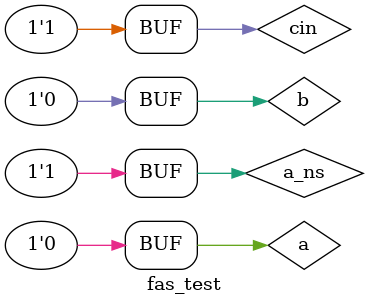
<source format=sv>
module fas_test;

logic cin;
logic b;
logic a_ns;
logic a;
logic cout;
logic s;
fas fas_inst (.cout(cout), .s(s), .cin(cin), .b(b), .a_ns(a_ns), .a(a));
initial begin
cin=1'b1;
b=1'b0;
a_ns=1'b1;
a=1'b0;
#100 //upper bound for the expected tpd
a_ns=1'b0;
#100 //upper bound for the expected tpd
a_ns=1'b1;
#100; //upper bound for the expected tpd
end
// End of your code

endmodule


</source>
